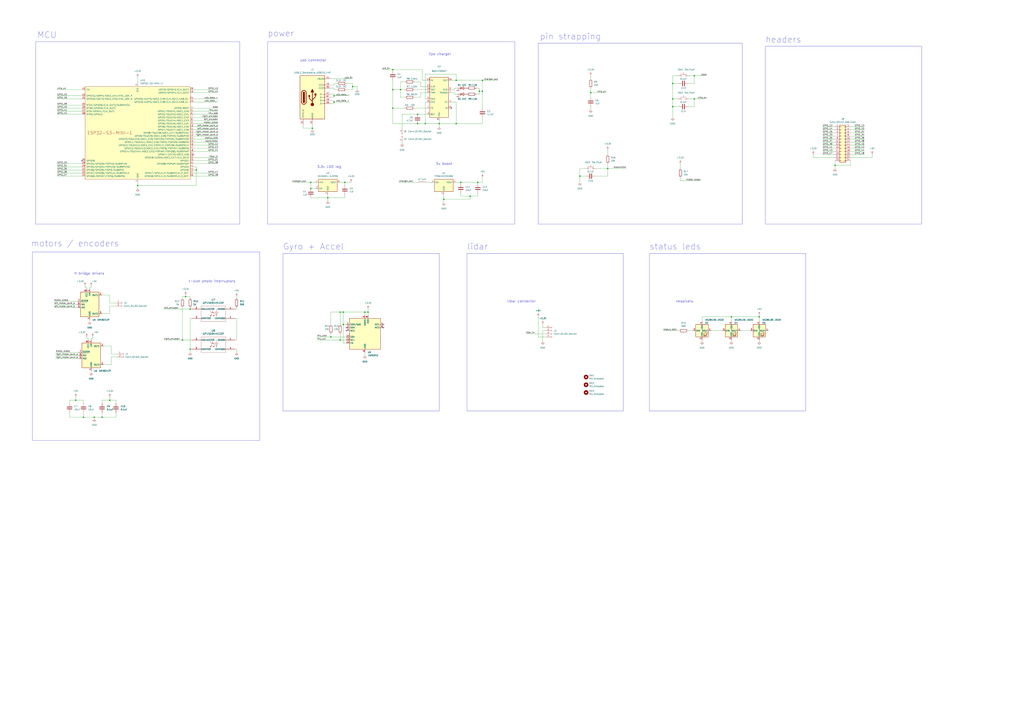
<source format=kicad_sch>
(kicad_sch (version 20230121) (generator eeschema)
  (paper "A1")
  (title_block (title "Little Red Rover") (date "2024-04-20") (rev "v1.1") (company "Author: Michael Crum"))
  (junction (at 255.27 149.86))
  (junction (at 623.57 260.35))
  (junction (at 328.93 73.66))
  (junction (at 156.21 287.02))
  (junction (at 396.24 66.04))
  (junction (at 302.26 256.54))
  (junction (at 77.47 342.9))
  (junction (at 281.94 266.7))
  (junction (at 152.4 243.84))
  (junction (at 349.25 101.6))
  (junction (at 386.08 161.29))
  (junction (at 570.23 81.28))
  (junction (at 256.54 105.41))
  (junction (at 360.68 101.6))
  (junction (at 271.78 276.86))
  (junction (at 552.45 81.28))
  (junction (at 83.82 342.9))
  (junction (at 255.27 154.94))
  (junction (at 476.25 144.78))
  (junction (at 156.21 254))
  (junction (at 396.24 74.93))
  (junction (at 90.17 328.93))
  (junction (at 322.58 73.66))
  (junction (at 279.4 256.54))
  (junction (at 281.94 256.54))
  (junction (at 342.9 93.98))
  (junction (at 274.32 78.74))
  (junction (at 62.23 328.93))
  (junction (at 289.56 71.12))
  (junction (at 600.71 260.35))
  (junction (at 113.03 152.4))
  (junction (at 393.7 74.93))
  (junction (at 392.43 149.86))
  (junction (at 283.21 149.86))
  (junction (at 552.45 68.58))
  (junction (at 68.58 342.9))
  (junction (at 299.72 256.54))
  (junction (at 485.14 76.2))
  (junction (at 322.58 88.9))
  (junction (at 149.86 279.4))
  (junction (at 499.11 138.43))
  (junction (at 161.29 139.7))
  (junction (at 552.45 87.63))
  (junction (at 685.8 135.89))
  (junction (at 342.9 101.6))
  (junction (at 269.24 162.56))
  (junction (at 378.46 149.86))
  (junction (at 374.65 101.6))
  (junction (at 374.65 66.04))
  (junction (at 279.4 279.4))
  (junction (at 364.49 163.83))
  (junction (at 322.58 57.15))
  (junction (at 274.32 83.82))
  (junction (at 570.23 62.23))
  (no_connect (at 67.31 132.08))
  (no_connect (at 284.48 271.78))
  (no_connect (at 158.75 127))
  (no_connect (at 284.48 269.24))
  (no_connect (at 314.96 266.7))
  (no_connect (at 370.84 88.9))
  (no_connect (at 314.96 269.24))
  (wire (pts (xy 269.24 162.56) (xy 269.24 160.02)))
  (wire (pts (xy 302.26 256.54) (xy 302.26 259.08)))
  (wire (pts (xy 675.64 106.68) (xy 685.8 106.68)))
  (wire (pts (xy 271.78 72.39) (xy 274.32 72.39)))
  (wire (pts (xy 322.58 73.66) (xy 322.58 66.04)))
  (wire (pts (xy 71.12 278.13) (xy 71.12 276.86)))
  (wire (pts (xy 74.93 236.22) (xy 73.66 236.22)))
  (wire (pts (xy 284.48 68.58) (xy 289.56 68.58)))
  (wire (pts (xy 271.78 266.7) (xy 271.78 256.54)))
  (wire (pts (xy 158.75 96.52) (xy 179.07 96.52)))
  (wire (pts (xy 149.86 279.4) (xy 157.48 279.4)))
  (wire (pts (xy 476.25 144.78) (xy 481.33 144.78)))
  (wire (pts (xy 576.58 260.35) (xy 600.71 260.35)))
  (wire (pts (xy 284.48 73.66) (xy 289.56 73.66)))
  (wire (pts (xy 90.17 251.46) (xy 95.25 251.46)))
  (wire (pts (xy 158.75 139.7) (xy 161.29 139.7)))
  (wire (pts (xy 490.22 138.43) (xy 499.11 138.43)))
  (wire (pts (xy 281.94 256.54) (xy 299.72 256.54)))
  (wire (pts (xy 83.82 257.81) (xy 90.17 257.81)))
  (wire (pts (xy 157.48 261.62) (xy 156.21 261.62)))
  (wire (pts (xy 299.72 259.08) (xy 299.72 256.54)))
  (wire (pts (xy 95.25 331.47) (xy 95.25 328.93)))
  (wire (pts (xy 558.8 134.62) (xy 558.8 138.43)))
  (wire (pts (xy 584.2 271.78) (xy 593.09 271.78)))
  (wire (pts (xy 675.64 114.3) (xy 685.8 114.3)))
  (wire (pts (xy 256.54 106.68) (xy 256.54 105.41)))
  (wire (pts (xy 91.44 284.48) (xy 91.44 290.83)))
  (wire (pts (xy 271.78 69.85) (xy 274.32 69.85)))
  (wire (pts (xy 194.31 279.4) (xy 194.31 261.62)))
  (wire (pts (xy 45.72 292.1) (xy 64.77 292.1)))
  (wire (pts (xy 158.75 132.08) (xy 179.07 132.08)))
  (wire (pts (xy 552.45 81.28) (xy 552.45 87.63)))
  (wire (pts (xy 374.65 101.6) (xy 360.68 101.6)))
  (wire (pts (xy 271.78 256.54) (xy 279.4 256.54)))
  (wire (pts (xy 134.62 254) (xy 156.21 254)))
  (wire (pts (xy 83.82 331.47) (xy 83.82 328.93)))
  (wire (pts (xy 71.12 237.49) (xy 71.12 236.22)))
  (wire (pts (xy 194.31 289.56) (xy 194.31 287.02)))
  (wire (pts (xy 76.2 278.13) (xy 74.93 278.13)))
  (wire (pts (xy 74.93 278.13) (xy 74.93 279.4)))
  (wire (pts (xy 67.31 137.16) (xy 46.99 137.16)))
  (wire (pts (xy 349.25 81.28) (xy 349.25 60.96)))
  (wire (pts (xy 445.77 266.7) (xy 445.77 269.24)))
  (wire (pts (xy 378.46 161.29) (xy 378.46 158.75)))
  (wire (pts (xy 340.36 73.66) (xy 350.52 73.66)))
  (wire (pts (xy 281.94 266.7) (xy 281.94 256.54)))
  (wire (pts (xy 544.83 271.78) (xy 557.53 271.78)))
  (wire (pts (xy 499.11 144.78) (xy 499.11 138.43)))
  (wire (pts (xy 441.96 276.86) (xy 448.31 276.86)))
  (wire (pts (xy 445.77 269.24) (xy 448.31 269.24)))
  (wire (pts (xy 149.86 245.11) (xy 149.86 243.84)))
  (wire (pts (xy 46.99 73.66) (xy 67.31 73.66)))
  (wire (pts (xy 44.45 250.19) (xy 63.5 250.19)))
  (wire (pts (xy 360.68 101.6) (xy 360.68 104.14)))
  (wire (pts (xy 322.58 57.15) (xy 322.58 58.42)))
  (wire (pts (xy 91.44 299.72) (xy 91.44 293.37)))
  (wire (pts (xy 279.4 266.7) (xy 279.4 256.54)))
  (wire (pts (xy 330.2 105.41) (xy 330.2 93.98)))
  (wire (pts (xy 67.31 81.28) (xy 46.99 81.28)))
  (wire (pts (xy 322.58 88.9) (xy 322.58 101.6)))
  (wire (pts (xy 685.8 129.54) (xy 668.02 129.54)))
  (wire (pts (xy 45.72 289.56) (xy 64.77 289.56)))
  (wire (pts (xy 330.2 118.11) (xy 330.2 116.84)))
  (wire (pts (xy 698.5 127) (xy 709.93 127)))
  (wire (pts (xy 259.08 154.94) (xy 255.27 154.94)))
  (wire (pts (xy 698.5 106.68) (xy 709.93 106.68)))
  (wire (pts (xy 698.5 124.46) (xy 709.93 124.46)))
  (wire (pts (xy 74.93 306.07) (xy 74.93 304.8)))
  (wire (pts (xy 668.02 129.54) (xy 668.02 127)))
  (wire (pts (xy 85.09 284.48) (xy 91.44 284.48)))
  (wire (pts (xy 158.75 142.24) (xy 179.07 142.24)))
  (wire (pts (xy 67.31 78.74) (xy 46.99 78.74)))
  (wire (pts (xy 322.58 101.6) (xy 342.9 101.6)))
  (wire (pts (xy 313.69 57.15) (xy 322.58 57.15)))
  (wire (pts (xy 448.31 271.78) (xy 445.77 271.78)))
  (wire (pts (xy 396.24 149.86) (xy 392.43 149.86)))
  (wire (pts (xy 283.21 149.86) (xy 283.21 152.4)))
  (wire (pts (xy 113.03 152.4) (xy 113.03 154.94)))
  (wire (pts (xy 68.58 331.47) (xy 68.58 328.93)))
  (wire (pts (xy 271.78 85.09) (xy 274.32 85.09)))
  (wire (pts (xy 552.45 81.28) (xy 556.26 81.28)))
  (wire (pts (xy 91.44 290.83) (xy 96.52 290.83)))
  (wire (pts (xy 283.21 162.56) (xy 269.24 162.56)))
  (wire (pts (xy 373.38 73.66) (xy 373.38 72.39)))
  (wire (pts (xy 349.25 60.96) (xy 374.65 60.96)))
  (wire (pts (xy 158.75 104.14) (xy 179.07 104.14)))
  (wire (pts (xy 322.58 88.9) (xy 322.58 73.66)))
  (wire (pts (xy 299.72 256.54) (xy 302.26 256.54)))
  (wire (pts (xy 556.26 62.23) (xy 552.45 62.23)))
  (wire (pts (xy 289.56 68.58) (xy 289.56 71.12)))
  (wire (pts (xy 194.31 254) (xy 193.04 254)))
  (wire (pts (xy 345.44 71.12) (xy 345.44 67.31)))
  (wire (pts (xy 161.29 152.4) (xy 113.03 152.4)))
  (wire (pts (xy 274.32 78.74) (xy 287.02 78.74)))
  (wire (pts (xy 476.25 138.43) (xy 476.25 144.78)))
  (wire (pts (xy 350.52 83.82) (xy 349.25 83.82)))
  (wire (pts (xy 156.21 252.73) (xy 156.21 254)))
  (wire (pts (xy 600.71 260.35) (xy 623.57 260.35)))
  (wire (pts (xy 386.08 161.29) (xy 386.08 163.83)))
  (wire (pts (xy 552.45 62.23) (xy 552.45 68.58)))
  (wire (pts (xy 67.31 88.9) (xy 46.99 88.9)))
  (wire (pts (xy 158.75 114.3) (xy 179.07 114.3)))
  (wire (pts (xy 558.8 148.59) (xy 558.8 146.05)))
  (wire (pts (xy 71.12 236.22) (xy 69.85 236.22)))
  (wire (pts (xy 83.82 242.57) (xy 90.17 242.57)))
  (wire (pts (xy 152.4 242.57) (xy 152.4 243.84)))
  (wire (pts (xy 57.15 342.9) (xy 68.58 342.9)))
  (wire (pts (xy 91.44 293.37) (xy 96.52 293.37)))
  (wire (pts (xy 396.24 74.93) (xy 396.24 88.9)))
  (wire (pts (xy 328.93 80.01) (xy 332.74 80.01)))
  (wire (pts (xy 271.78 64.77) (xy 289.56 64.77)))
  (wire (pts (xy 281.94 266.7) (xy 284.48 266.7)))
  (wire (pts (xy 396.24 74.93) (xy 393.7 74.93)))
  (wire (pts (xy 158.75 116.84) (xy 179.07 116.84)))
  (wire (pts (xy 322.58 88.9) (xy 332.74 88.9)))
  (wire (pts (xy 57.15 328.93) (xy 62.23 328.93)))
  (wire (pts (xy 370.84 73.66) (xy 373.38 73.66)))
  (wire (pts (xy 370.84 83.82) (xy 374.65 83.82)))
  (wire (pts (xy 396.24 96.52) (xy 396.24 101.6)))
  (wire (pts (xy 284.48 281.94) (xy 281.94 281.94)))
  (wire (pts (xy 69.85 236.22) (xy 69.85 234.95)))
  (wire (pts (xy 485.14 87.63) (xy 485.14 90.17)))
  (wire (pts (xy 576.58 280.67) (xy 576.58 279.4)))
  (wire (pts (xy 134.62 279.4) (xy 149.86 279.4)))
  (wire (pts (xy 85.09 299.72) (xy 91.44 299.72)))
  (wire (pts (xy 279.4 274.32) (xy 279.4 279.4)))
  (wire (pts (xy 158.75 124.46) (xy 179.07 124.46)))
  (wire (pts (xy 623.57 280.67) (xy 623.57 279.4)))
  (wire (pts (xy 158.75 83.82) (xy 179.07 83.82)))
  (wire (pts (xy 279.4 256.54) (xy 281.94 256.54)))
  (wire (pts (xy 396.24 66.04) (xy 408.94 66.04)))
  (wire (pts (xy 698.5 104.14) (xy 709.93 104.14)))
  (wire (pts (xy 378.46 149.86) (xy 392.43 149.86)))
  (wire (pts (xy 360.68 101.6) (xy 349.25 101.6)))
  (wire (pts (xy 274.32 69.85) (xy 274.32 68.58)))
  (wire (pts (xy 158.75 101.6) (xy 179.07 101.6)))
  (wire (pts (xy 330.2 93.98) (xy 342.9 93.98)))
  (wire (pts (xy 158.75 144.78) (xy 179.07 144.78)))
  (wire (pts (xy 698.5 116.84) (xy 709.93 116.84)))
  (wire (pts (xy 350.52 149.86) (xy 354.33 149.86)))
  (wire (pts (xy 260.35 279.4) (xy 279.4 279.4)))
  (wire (pts (xy 675.64 121.92) (xy 685.8 121.92)))
  (wire (pts (xy 158.75 121.92) (xy 179.07 121.92)))
  (wire (pts (xy 396.24 101.6) (xy 374.65 101.6)))
  (wire (pts (xy 499.11 134.62) (xy 499.11 138.43)))
  (wire (pts (xy 360.68 99.06) (xy 360.68 101.6)))
  (wire (pts (xy 340.36 80.01) (xy 345.44 80.01)))
  (wire (pts (xy 373.38 77.47) (xy 375.92 77.47)))
  (wire (pts (xy 332.74 67.31) (xy 328.93 67.31)))
  (wire (pts (xy 476.25 144.78) (xy 476.25 149.86)))
  (wire (pts (xy 391.16 77.47) (xy 393.7 77.47)))
  (wire (pts (xy 396.24 146.05) (xy 396.24 149.86)))
  (wire (pts (xy 68.58 328.93) (xy 62.23 328.93)))
  (wire (pts (xy 158.75 119.38) (xy 179.07 119.38)))
  (wire (pts (xy 95.25 328.93) (xy 90.17 328.93)))
  (wire (pts (xy 67.31 134.62) (xy 46.99 134.62)))
  (wire (pts (xy 675.64 104.14) (xy 685.8 104.14)))
  (wire (pts (xy 113.03 149.86) (xy 113.03 152.4)))
  (wire (pts (xy 67.31 139.7) (xy 46.99 139.7)))
  (wire (pts (xy 90.17 242.57) (xy 90.17 248.92)))
  (wire (pts (xy 158.75 93.98) (xy 179.07 93.98)))
  (wire (pts (xy 373.38 72.39) (xy 375.92 72.39)))
  (wire (pts (xy 393.7 77.47) (xy 393.7 74.93)))
  (wire (pts (xy 67.31 93.98) (xy 46.99 93.98)))
  (wire (pts (xy 271.78 274.32) (xy 271.78 276.86)))
  (wire (pts (xy 158.75 99.06) (xy 179.07 99.06)))
  (wire (pts (xy 499.11 138.43) (xy 514.35 138.43)))
  (wire (pts (xy 364.49 160.02) (xy 364.49 163.83)))
  (wire (pts (xy 328.93 73.66) (xy 332.74 73.66)))
  (wire (pts (xy 240.03 149.86) (xy 255.27 149.86)))
  (wire (pts (xy 45.72 294.64) (xy 64.77 294.64)))
  (wire (pts (xy 566.42 81.28) (xy 570.23 81.28)))
  (wire (pts (xy 289.56 71.12) (xy 293.37 71.12)))
  (wire (pts (xy 698.5 111.76) (xy 709.93 111.76)))
  (wire (pts (xy 72.39 278.13) (xy 71.12 278.13)))
  (wire (pts (xy 374.65 66.04) (xy 396.24 66.04)))
  (wire (pts (xy 77.47 344.17) (xy 77.47 342.9)))
  (wire (pts (xy 364.49 163.83) (xy 386.08 163.83)))
  (wire (pts (xy 113.03 63.5) (xy 113.03 68.58)))
  (wire (pts (xy 283.21 160.02) (xy 283.21 162.56)))
  (wire (pts (xy 72.39 279.4) (xy 72.39 278.13)))
  (wire (pts (xy 485.14 76.2) (xy 485.14 80.01)))
  (wire (pts (xy 271.78 276.86) (xy 284.48 276.86)))
  (wire (pts (xy 158.75 109.22) (xy 179.07 109.22)))
  (wire (pts (xy 364.49 163.83) (xy 364.49 166.37)))
  (wire (pts (xy 95.25 339.09) (xy 95.25 342.9)))
  (wire (pts (xy 565.15 68.58) (xy 570.23 68.58)))
  (wire (pts (xy 716.28 129.54) (xy 716.28 127)))
  (wire (pts (xy 485.14 76.2) (xy 497.84 76.2)))
  (wire (pts (xy 255.27 162.56) (xy 269.24 162.56)))
  (wire (pts (xy 274.32 77.47) (xy 271.78 77.47)))
  (wire (pts (xy 77.47 342.9) (xy 68.58 342.9)))
  (wire (pts (xy 44.45 247.65) (xy 63.5 247.65)))
  (wire (pts (xy 396.24 66.04) (xy 396.24 74.93)))
  (wire (pts (xy 248.92 105.41) (xy 256.54 105.41)))
  (wire (pts (xy 293.37 71.12) (xy 293.37 73.66)))
  (wire (pts (xy 349.25 83.82) (xy 349.25 101.6)))
  (wire (pts (xy 386.08 161.29) (xy 378.46 161.29)))
  (wire (pts (xy 374.65 149.86) (xy 378.46 149.86)))
  (wire (pts (xy 576.58 260.35) (xy 576.58 264.16)))
  (wire (pts (xy 698.5 135.89) (xy 685.8 135.89)))
  (wire (pts (xy 552.45 68.58) (xy 552.45 81.28)))
  (wire (pts (xy 623.57 260.35) (xy 623.57 264.16)))
  (wire (pts (xy 158.75 91.44) (xy 179.07 91.44)))
  (wire (pts (xy 255.27 154.94) (xy 255.27 149.86)))
  (wire (pts (xy 149.86 252.73) (xy 149.86 279.4)))
  (wire (pts (xy 392.43 158.75) (xy 392.43 161.29)))
  (wire (pts (xy 274.32 68.58) (xy 276.86 68.58)))
  (wire (pts (xy 74.93 234.95) (xy 74.93 236.22)))
  (wire (pts (xy 194.31 243.84) (xy 194.31 245.11)))
  (wire (pts (xy 194.31 261.62) (xy 193.04 261.62)))
  (wire (pts (xy 67.31 144.78) (xy 46.99 144.78)))
  (wire (pts (xy 73.66 264.16) (xy 73.66 262.89)))
  (wire (pts (xy 485.14 72.39) (xy 485.14 76.2)))
  (wire (pts (xy 328.93 73.66) (xy 328.93 80.01)))
  (wire (pts (xy 675.64 111.76) (xy 685.8 111.76)))
  (wire (pts (xy 698.5 129.54) (xy 716.28 129.54)))
  (wire (pts (xy 378.46 149.86) (xy 378.46 151.13)))
  (wire (pts (xy 274.32 82.55) (xy 271.78 82.55)))
  (wire (pts (xy 158.75 137.16) (xy 161.29 137.16)))
  (wire (pts (xy 289.56 71.12) (xy 289.56 73.66)))
  (wire (pts (xy 194.31 252.73) (xy 194.31 254)))
  (wire (pts (xy 570.23 62.23) (xy 580.39 62.23)))
  (wire (pts (xy 256.54 105.41) (xy 256.54 102.87)))
  (wire (pts (xy 57.15 339.09) (xy 57.15 342.9)))
  (wire (pts (xy 445.77 271.78) (xy 445.77 280.67)))
  (wire (pts (xy 570.23 62.23) (xy 566.42 62.23)))
  (wire (pts (xy 279.4 279.4) (xy 284.48 279.4)))
  (wire (pts (xy 698.5 109.22) (xy 709.93 109.22)))
  (wire (pts (xy 570.23 68.58) (xy 570.23 62.23)))
  (wire (pts (xy 73.66 236.22) (xy 73.66 237.49)))
  (wire (pts (xy 675.64 119.38) (xy 685.8 119.38)))
  (wire (pts (xy 271.78 80.01) (xy 274.32 80.01)))
  (wire (pts (xy 83.82 339.09) (xy 83.82 342.9)))
  (wire (pts (xy 274.32 83.82) (xy 287.02 83.82)))
  (wire (pts (xy 392.43 161.29) (xy 386.08 161.29)))
  (wire (pts (xy 67.31 86.36) (xy 46.99 86.36)))
  (wire (pts (xy 698.5 114.3) (xy 709.93 114.3)))
  (wire (pts (xy 327.66 149.86) (xy 342.9 149.86)))
  (wire (pts (xy 158.75 106.68) (xy 179.07 106.68)))
  (wire (pts (xy 274.32 78.74) (xy 274.32 77.47)))
  (wire (pts (xy 675.64 124.46) (xy 685.8 124.46)))
  (wire (pts (xy 156.21 243.84) (xy 156.21 245.11)))
  (wire (pts (xy 698.5 132.08) (xy 698.5 135.89)))
  (wire (pts (xy 608.33 271.78) (xy 615.95 271.78)))
  (wire (pts (xy 488.95 144.78) (xy 499.11 144.78)))
  (wire (pts (xy 161.29 137.16) (xy 161.29 139.7)))
  (wire (pts (xy 675.64 127) (xy 685.8 127)))
  (wire (pts (xy 260.35 276.86) (xy 271.78 276.86)))
  (wire (pts (xy 374.65 60.96) (xy 374.65 66.04)))
  (wire (pts (xy 274.32 72.39) (xy 274.32 73.66)))
  (wire (pts (xy 194.31 287.02) (xy 193.04 287.02)))
  (wire (pts (xy 675.64 116.84) (xy 685.8 116.84)))
  (wire (pts (xy 193.04 279.4) (xy 194.31 279.4)))
  (wire (pts (xy 90.17 248.92) (xy 95.25 248.92)))
  (wire (pts (xy 392.43 151.13) (xy 392.43 149.86)))
  (wire (pts (xy 552.45 87.63) (xy 557.53 87.63)))
  (wire (pts (xy 156.21 243.84) (xy 152.4 243.84)))
  (wire (pts (xy 322.58 73.66) (xy 328.93 73.66)))
  (wire (pts (xy 570.23 81.28) (xy 570.23 87.63)))
  (wire (pts (xy 274.32 73.66) (xy 276.86 73.66)))
  (wire (pts (xy 565.15 271.78) (xy 568.96 271.78)))
  (wire (pts (xy 158.75 76.2) (xy 179.07 76.2)))
  (wire (pts (xy 248.92 102.87) (xy 248.92 105.41)))
  (wire (pts (xy 158.75 111.76) (xy 179.07 111.76)))
  (wire (pts (xy 281.94 281.94) (xy 281.94 266.7)))
  (wire (pts (xy 83.82 328.93) (xy 90.17 328.93)))
  (wire (pts (xy 342.9 93.98) (xy 350.52 93.98)))
  (wire (pts (xy 685.8 132.08) (xy 685.8 135.89)))
  (wire (pts (xy 431.8 274.32) (xy 448.31 274.32)))
  (wire (pts (xy 340.36 88.9) (xy 350.52 88.9)))
  (wire (pts (xy 552.45 68.58) (xy 557.53 68.58)))
  (wire (pts (xy 90.17 257.81) (xy 90.17 251.46)))
  (wire (pts (xy 57.15 331.47) (xy 57.15 328.93)))
  (wire (pts (xy 158.75 88.9) (xy 179.07 88.9)))
  (wire (pts (xy 299.72 289.56) (xy 299.72 292.1)))
  (wire (pts (xy 374.65 83.82) (xy 374.65 101.6)))
  (wire (pts (xy 279.4 149.86) (xy 283.21 149.86)))
  (wire (pts (xy 570.23 81.28) (xy 580.39 81.28)))
  (wire (pts (xy 255.27 149.86) (xy 259.08 149.86)))
  (wire (pts (xy 350.52 66.04) (xy 346.71 66.04)))
  (wire (pts (xy 345.44 67.31) (xy 340.36 67.31)))
  (wire (pts (xy 393.7 74.93) (xy 393.7 72.39)))
  (wire (pts (xy 600.71 280.67) (xy 600.71 279.4)))
  (wire (pts (xy 480.06 138.43) (xy 476.25 138.43)))
  (wire (pts (xy 328.93 67.31) (xy 328.93 73.66)))
  (wire (pts (xy 269.24 165.1) (xy 269.24 162.56)))
  (wire (pts (xy 441.96 260.35) (xy 441.96 276.86)))
  (wire (pts (xy 393.7 72.39) (xy 391.16 72.39)))
  (wire (pts (xy 149.86 243.84) (xy 152.4 243.84)))
  (wire (pts (xy 67.31 91.44) (xy 46.99 91.44)))
  (wire (pts (xy 346.71 66.04) (xy 346.71 57.15)))
  (wire (pts (xy 158.75 81.28) (xy 179.07 81.28)))
  (wire (pts (xy 62.23 328.93) (xy 62.23 326.39)))
  (wire (pts (xy 342.9 101.6) (xy 349.25 101.6)))
  (wire (pts (xy 156.21 261.62) (xy 156.21 287.02)))
  (wire (pts (xy 44.45 252.73) (xy 63.5 252.73)))
  (wire (pts (xy 485.14 62.23) (xy 485.14 64.77)))
  (wire (pts (xy 675.64 109.22) (xy 685.8 109.22)))
  (wire (pts (xy 161.29 139.7) (xy 161.29 152.4)))
  (wire (pts (xy 698.5 119.38) (xy 709.93 119.38)))
  (wire (pts (xy 158.75 73.66) (xy 179.07 73.66)))
  (wire (pts (xy 698.5 121.92) (xy 709.93 121.92)))
  (wire (pts (xy 67.31 142.24) (xy 46.99 142.24)))
  (wire (pts (xy 350.52 71.12) (xy 345.44 71.12)))
  (wire (pts (xy 156.21 287.02) (xy 157.48 287.02)))
  (wire (pts (xy 346.71 57.15) (xy 322.58 57.15)))
  (wire (pts (xy 90.17 328.93) (xy 90.17 326.39)))
  (wire (pts (xy 274.32 82.55) (xy 274.32 83.82)))
  (wire (pts (xy 345.44 80.01) (xy 345.44 76.2)))
  (wire (pts (xy 95.25 342.9) (xy 83.82 342.9)))
  (wire (pts (xy 283.21 149.86) (xy 288.29 149.86)))
  (wire (pts (xy 558.8 148.59) (xy 575.31 148.59)))
  (wire (pts (xy 158.75 129.54) (xy 179.07 129.54)))
  (wire (pts (xy 158.75 134.62) (xy 179.07 134.62)))
  (wire (pts (xy 345.44 76.2) (xy 350.52 76.2)))
  (wire (pts (xy 156.21 254) (xy 157.48 254)))
  (wire (pts (xy 600.71 260.35) (xy 600.71 264.16)))
  (wire (pts (xy 370.84 76.2) (xy 373.38 76.2)))
  (wire (pts (xy 370.84 66.04) (xy 374.65 66.04)))
  (wire (pts (xy 499.11 123.19) (xy 499.11 127)))
  (wire (pts (xy 350.52 81.28) (xy 349.25 81.28)))
  (wire (pts (xy 83.82 342.9) (xy 77.47 342.9)))
  (wire (pts (xy 274.32 80.01) (xy 274.32 78.74)))
  (wire (pts (xy 68.58 342.9) (xy 68.58 339.09)))
  (wire (pts (xy 373.38 76.2) (xy 373.38 77.47)))
  (wire (pts (xy 156.21 289.56) (xy 156.21 287.02)))
  (wire (pts (xy 570.23 87.63) (xy 565.15 87.63)))
  (wire (pts (xy 552.45 87.63) (xy 552.45 96.52)))
  (wire (pts (xy 302.26 254) (xy 302.26 256.54)))
  (wire (pts (xy 274.32 83.82) (xy 274.32 85.09)))
  (wire (pts (xy 623.57 259.08) (xy 623.57 260.35)))
  (wire (pts (xy 76.2 276.86) (xy 76.2 278.13)))
  (wire (pts (xy 685.8 135.89) (xy 685.8 138.43)))
  (rectangle (start 383.54 208.28) (end 511.81 337.82))
  (rectangle (start 628.65 38.1) (end 756.92 184.15))
  (rectangle (start 29.21 34.29) (end 196.85 184.15))
  (rectangle (start 219.71 34.29) (end 422.91 184.15))
  (rectangle (start 26.67 207.01) (end 213.36 361.95))
  (rectangle (start 232.41 208.28) (end 360.68 337.82))
  (rectangle (start 533.4 208.28) (end 661.67 337.82))
  (rectangle (start 441.96 35.56) (end 609.6 184.15))
  (text "pin strapping" (at 443.23 33.02 0) (effects (font (size 5 5)) (justify left bottom)))
  (text "lidar" (at 383.54 205.74 0) (effects (font (size 5 5)) (justify left bottom)))
  (text "3.3v LDO reg" (at 260.35 138.43 0) (effects (font (size 2 2)) (justify left bottom)))
  (text "neopixels" (at 554.99 248.92 0) (effects (font (size 2 2)) (justify left bottom)))
  (text "lidar connector" (at 416.56 248.92 0) (effects (font (size 2 2)) (justify left bottom)))
  (text "H bridge drivers" (at 60.96 226.06 0) (effects (font (size 2 2)) (justify left bottom)))
  (text "power" (at 219.71 30.48 0) (effects (font (size 5 5)) (justify left bottom)))
  (text "lipo charger" (at 351.79 45.72 0) (effects (font (size 2 2)) (justify left bottom)))
  (text "t-slot photo interruptors" (at 154.94 232.41 0) (effects (font (size 2 2)) (justify left bottom)))
  (text "usb connector" (at 246.38 50.8 0) (effects (font (size 2 2)) (justify left bottom)))
  (text "status leds" (at 533.4 205.74 0) (effects (font (size 5 5)) (justify left bottom)))
  (text "headers" (at 628.65 35.56 0) (effects (font (size 5 5)) (justify left bottom)))
  (text "MCU" (at 30.48 31.75 0) (effects (font (size 5 5)) (justify left bottom)))
  (text "Gyro + Accel" (at 232.41 205.74 0) (effects (font (size 5 5)) (justify left bottom)))
  (text "5v boost" (at 358.14 135.89 0) (effects (font (size 2 2)) (justify left bottom)))
  (text "motors / encoders" (at 25.4 203.2 0) (effects (font (size 5 5)) (justify left bottom)))
  (label "imu_scl" (at 179.07 91.44 180))
  (label "status_leds" (at 544.83 271.78 0))
  (label "GPIO_43" (at 675.64 124.46 0))
  (label "usb_data_+" (at 179.07 81.28 180))
  (label "imu_scl" (at 260.35 279.4 0))
  (label "GPIO_16" (at 675.64 109.22 0))
  (label "lidar_tx" (at 179.07 129.54 180))
  (label "motor_sleep" (at 45.72 289.56 0))
  (label "charger_out" (at 240.03 149.86 0))
  (label "usb_data_-" (at 179.07 83.82 180))
  (label "right_motor_pwm_b" (at 45.72 294.64 0))
  (label "GPIO_48" (at 179.07 144.78 180))
  (label "imu_sda" (at 179.07 93.98 180))
  (label "boot" (at 179.07 88.9 180))
  (label "GPIO_34" (at 46.99 137.16 0))
  (label "GPIO_38" (at 709.93 116.84 180))
  (label "chip_en" (at 580.39 81.28 180))
  (label "right_motor_pwm_b" (at 179.07 111.76 180))
  (label "GPIO_36" (at 46.99 142.24 0))
  (label "boot" (at 580.39 62.23 180))
  (label "status_leds" (at 179.07 114.3 180))
  (label "right_motor_pwm_a" (at 179.07 109.22 180))
  (label "left_encoder" (at 179.07 99.06 180))
  (label "GPIO_33" (at 46.99 134.62 0))
  (label "GPIO_14" (at 179.07 124.46 180))
  (label "GPIO_44" (at 709.93 124.46 180))
  (label "GPIO_15" (at 46.99 78.74 0))
  (label "usb_data_+" (at 287.02 83.82 180))
  (label "GPIO_40" (at 46.99 88.9 0))
  (label "GPIO_35" (at 675.64 114.3 0))
  (label "GPIO_42" (at 46.99 93.98 0))
  (label "GPIO_36" (at 709.93 114.3 180))
  (label "charger_out" (at 327.66 149.86 0))
  (label "GPIO_16" (at 46.99 81.28 0))
  (label "right_encoder" (at 134.62 279.4 0))
  (label "motor_sleep" (at 44.45 247.65 0))
  (label "right_encoder" (at 179.07 96.52 180))
  (label "GPIO_14" (at 675.64 106.68 0))
  (label "usb_data_-" (at 287.02 78.74 180))
  (label "motor_sleep" (at 179.07 101.6 180))
  (label "GPIO_41" (at 675.64 121.92 0))
  (label "reprovision" (at 514.35 138.43 180))
  (label "GPIO_41" (at 46.99 91.44 0))
  (label "GPIO_44" (at 179.07 76.2 180))
  (label "GPIO_48" (at 709.93 127 180))
  (label "GPIO_35" (at 46.99 139.7 0))
  (label "reprovision" (at 179.07 116.84 180))
  (label "GPIO_40" (at 709.93 119.38 180))
  (label "left_motor_pwm_a" (at 179.07 104.14 180))
  (label "chip_en" (at 46.99 73.66 0))
  (label "imu_sda" (at 260.35 276.86 0))
  (label "lidar_tx" (at 431.8 274.32 0))
  (label "GPIO_43" (at 179.07 73.66 180))
  (label "GPIO_42" (at 709.93 121.92 180))
  (label "GPIO_15" (at 709.93 106.68 180))
  (label "charger_out" (at 408.94 66.04 180))
  (label "usb_5v" (at 313.69 57.15 0))
  (label "GPIO_39" (at 675.64 119.38 0))
  (label "GPIO_37" (at 675.64 116.84 0))
  (label "GPIO_33" (at 675.64 111.76 0))
  (label "left_motor_pwm_b" (at 44.45 252.73 0))
  (label "GPIO_38" (at 179.07 134.62 180))
  (label "GPIO_13" (at 179.07 121.92 180))
  (label "GPIO_47" (at 179.07 142.24 180))
  (label "GPIO_47" (at 675.64 127 0))
  (label "motor_sleep" (at 575.31 148.59 180))
  (label "left_motor_pwm_a" (at 44.45 250.19 0))
  (label "GPIO_34" (at 709.93 111.76 180))
  (label "GPIO_12" (at 179.07 119.38 180))
  (label "GPIO_37" (at 46.99 144.78 0))
  (label "GPIO_21" (at 709.93 109.22 180))
  (label "left_encoder" (at 134.62 254 0))
  (label "GPIO_21" (at 179.07 132.08 180))
  (label "right_motor_pwm_a" (at 45.72 292.1 0))
  (label "chip_en" (at 497.84 76.2 180))
  (label "GPIO_39" (at 46.99 86.36 0))
  (label "left_motor_pwm_b" (at 179.07 106.68 180))
  (label "usb_5v" (at 289.56 64.77 180))
  (label "GPIO_13" (at 709.93 104.14 180))
  (label "GPIO_12" (at 675.64 104.14 0))
  (symbol (lib_id "Device:C") (at 255.27 158.75 0) (unit 1)
    (property "Reference" "C4" (at 248.92 157.48 0) (effects (justify left)))
    (property "Value" "1uF" (at 248.92 160.02 0) (effects (justify left)))
    (property "Footprint" "Capacitor_SMD:C_0603_1608Metric_Pad1.08x0.95mm_HandSolder" (effects hide))
    (property "JLC" "0603" (effects hide))
  )
  (symbol (lib_id "Device:C") (at 322.58 62.23 0) (unit 1)
    (property "Reference" "C1" (at 326.39 60.96 0) (effects (justify left)))
    (property "Value" "1uF" (at 326.39 63.5 0) (effects (justify left)))
    (property "Footprint" "Capacitor_SMD:C_0603_1608Metric_Pad1.08x0.95mm_HandSolder" (effects hide))
    (property "JLC" "0603" (effects hide))
  )
  (symbol (lib_id "Device:R") (at 561.34 271.78 90) (unit 1)
    (property "Reference" "R13" (at 561.34 265.43 90))
    (property "Value" "560" (at 561.34 267.97 90))
    (property "Footprint" "Resistor_SMD:R_0603_1608Metric_Pad0.98x0.95mm_HandSolder" (effects hide))
    (property "JLC" "0603" (effects hide))
  )
  (symbol (lib_id "digikey_imports:GP1S094HCZ0F") (at 193.04 279.4 0) (unit 1)
    (property "Reference" "U8" (at 175.26 271.78 0) (effects (font (size 1.524 1.524))))
    (property "Value" "GP1S094HCZ0F" (at 175.26 274.32 0) (effects (font (size 1.524 1.524))))
    (property "Footprint" "digikey_imports:TO_4HCZ0F_SHP" (effects hide))
    (property "Datasheet" "GP1S094HCZ0F" (effects hide))
    (property "JLC" "DIP-4" (effects hide))
    (property "LCSC" "C920601" (effects hide))
  )
  (symbol (lib_id "power:+3.3V") (at 90.17 326.39 0) (unit 1)
    (property "Reference" "#PWR033" (effects hide))
    (property "Value" "+3.3V" (at 90.17 321.31 0))
  )
  (symbol (lib_id "Device:R") (at 194.31 248.92 0) (unit 1)
    (property "Reference" "R11" (at 196.85 247.65 0) (effects (justify left)))
    (property "Value" "560" (at 196.85 250.19 0) (effects (justify left)))
    (property "Footprint" "Resistor_SMD:R_0603_1608Metric_Pad0.98x0.95mm_HandSolder" (effects hide))
    (property "JLC" "0603" (effects hide))
  )
  (symbol (lib_id "power:GND") (at 156.21 289.56 0) (unit 1)
    (property "Reference" "#PWR024" (effects hide))
    (property "Value" "GND" (at 156.21 294.64 0))
  )
  (symbol (lib_id "Device:R") (at 280.67 73.66 90) (unit 1)
    (property "Reference" "R2" (at 283.21 71.12 90))
    (property "Value" "5.1k" (at 278.13 71.12 90))
    (property "Footprint" "Resistor_SMD:R_0603_1608Metric_Pad0.98x0.95mm_HandSolder" (effects hide))
    (property "JLC" "0603" (effects hide))
  )
  (symbol (lib_id "power:GND") (at 293.37 73.66 0) (unit 1)
    (property "Reference" "#PWR03" (effects hide))
    (property "Value" "GND" (at 293.37 77.47 0))
  )
  (symbol (lib_id "power:+5V") (at 716.28 127 0) (unit 1)
    (property "Reference" "#PWR013" (effects hide))
    (property "Value" "+5V" (at 716.28 121.92 0))
  )
  (symbol (lib_id "Device:R") (at 558.8 142.24 0) (unit 1)
    (property "Reference" "R17" (at 561.34 140.97 0) (effects (justify left)))
    (property "Value" "10k" (at 561.34 143.51 0) (effects (justify left)))
    (property "Footprint" "Resistor_SMD:R_0603_1608Metric_Pad0.98x0.95mm_HandSolder" (effects hide))
  )
  (symbol (lib_id "power:GND") (at 445.77 280.67 0) (unit 1)
    (property "Reference" "#PWR016" (effects hide))
    (property "Value" "GND" (at 445.77 285.75 0))
  )
  (symbol (lib_id "power:+3.3V") (at 445.77 266.7 0) (unit 1)
    (property "Reference" "#PWR014" (effects hide))
    (property "Value" "+3.3V" (at 445.77 261.62 0))
  )
  (symbol (lib_id "power:+5V") (at 396.24 146.05 0) (unit 1)
    (property "Reference" "#PWR09" (effects hide))
    (property "Value" "+5V" (at 396.24 140.97 0))
  )
  (symbol (lib_id "power:GND") (at 476.25 149.86 0) (unit 1)
    (property "Reference" "#PWR038" (effects hide))
    (property "Value" "GND" (at 476.25 154.94 0))
  )
  (symbol (lib_id "power:GND") (at 576.58 280.67 0) (unit 1)
    (property "Reference" "#PWR028" (effects hide))
    (property "Value" "GND" (at 576.58 285.75 0))
  )
  (symbol (lib_id "Device:C") (at 485.14 144.78 90) (unit 1)
    (property "Reference" "C15" (at 485.14 148.59 90))
    (property "Value" "0.1uF" (at 485.14 140.97 90))
    (property "Footprint" "Capacitor_SMD:C_0603_1608Metric_Pad1.08x0.95mm_HandSolder" (effects hide))
  )
  (symbol (lib_id "power:+5V") (at 74.93 234.95 0) (unit 1)
    (property "Reference" "#PWR018" (effects hide))
    (property "Value" "+5V" (at 77.47 231.14 0))
  )
  (symbol (lib_id "Connector:Conn_01x04_Socket") (at 453.39 271.78 0) (unit 1)
    (property "Reference" "J2" (at 454.66 271.78 0) (effects (justify left)))
    (property "Value" "Conn_01x04_Socket" (at 454.66 274.32 0) (effects (justify left)))
    (property "Footprint" "digikey_imports:CONN_SM04B-GHS-TB_JST" (effects hide))
    (property "JLC" "SMD,P=1.25mm" (effects hide))
    (property "LCSC" "C189895" (effects hide))
  )
  (symbol (lib_id "power:+3.3V") (at 152.4 242.57 0) (unit 1)
    (property "Reference" "#PWR026" (effects hide))
    (property "Value" "+3.3V" (at 152.4 237.49 0))
  )
  (symbol (lib_id "Device:R") (at 387.35 72.39 90) (unit 1)
    (property "Reference" "R4" (at 386.08 69.85 90))
    (property "Value" "1.5k" (at 389.89 69.85 90))
    (property "Footprint" "Resistor_SMD:R_0603_1608Metric_Pad0.98x0.95mm_HandSolder" (effects hide))
    (property "JLC" "0603" (effects hide))
  )
  (symbol (lib_id "Device:LED") (at 379.73 77.47 0) (unit 1)
    (property "Reference" "D2" (at 377.19 81.28 0))
    (property "Value" "LED" (at 381 81.28 0))
    (property "Footprint" "LED_SMD:LED_0603_1608Metric_Pad1.05x0.95mm_HandSolder" (effects hide))
    (property "JLC" "0603" (effects hide))
    (property "LCSC" "C5342734" (effects hide))
  )
  (symbol (lib_id "power:+5V") (at 76.2 276.86 0) (unit 1)
    (property "Reference" "#PWR022" (effects hide))
    (property "Value" "+5V" (at 78.74 273.05 0))
  )
  (symbol (lib_id "Device:R") (at 485.14 68.58 0) (unit 1)
    (property "Reference" "R9" (at 487.68 67.31 0) (effects (justify left)))
    (property "Value" "10k" (at 487.68 69.85 0) (effects (justify left)))
    (property "Footprint" "Resistor_SMD:R_0603_1608Metric_Pad0.98x0.95mm_HandSolder" (effects hide))
  )
  (symbol (lib_id "Device:LED") (at 379.73 72.39 0) (unit 1)
    (property "Reference" "D1" (at 377.19 69.85 0))
    (property "Value" "LED" (at 381 69.85 0))
    (property "Footprint" "LED_SMD:LED_0603_1608Metric_Pad1.05x0.95mm_HandSolder" (effects hide))
    (property "JLC" "0603" (effects hide))
    (property "LCSC" "C5342734" (effects hide))
  )
  (symbol (lib_id "Device:C") (at 342.9 97.79 0) (unit 1)
    (property "Reference" "C5" (at 337.82 96.52 0))
    (property "Value" "4.7uF" (at 336.55 99.06 0))
    (property "Footprint" "Capacitor_SMD:C_0603_1608Metric_Pad1.08x0.95mm_HandSolder" (effects hide))
    (property "JLC" "0603" (effects hide))
  )
  (symbol (lib_id "power:GND") (at 330.2 118.11 0) (unit 1)
    (property "Reference" "#PWR06" (effects hide))
    (property "Value" "GND" (at 330.2 123.19 0))
  )
  (symbol (lib_id "Power_Management:BQ24230RGT") (at 360.68 81.28 0) (unit 1)
    (property "Reference" "U2" (at 360.68 54.61 0))
    (property "Value" "BQ24230RGT" (at 360.68 58.42 0))
    (property "Footprint" "Package_DFN_QFN:VQFN-16-1EP_3x3mm_P0.5mm_EP1.68x1.68mm_ThermalVias" (effects hide))
    (property "Datasheet" "http://www.ti.com/cn/lit/ds/symlink/bq24230.pdf" (effects hide))
    (property "JLC" "VQFN-16-EP(3x3)" (effects hide))
    (property "LCSC" "C138361" (effects hide))
  )
  (symbol (lib_id "power:+5V") (at 62.23 326.39 0) (unit 1)
    (property "Reference" "#PWR05" (effects hide))
    (property "Value" "+5V" (at 62.23 321.31 0))
  )
  (symbol (lib_id "power:GND") (at 269.24 165.1 0) (unit 1)
    (property "Reference" "#PWR08" (effects hide))
    (property "Value" "GND" (at 269.24 170.18 0))
  )
  (symbol (lib_id "Driver_Motor:DRV8212P") (at 74.93 292.1 0) (unit 1)
    (property "Reference" "U6" (at 77.1241 304.8 0) (effects (justify left)))
    (property "Value" "DRV8212P" (at 81.28 304.8 0) (effects (justify left)))
    (property "Footprint" "Package_SON:WSON-8-1EP_2x2mm_P0.5mm_EP0.9x1.6mm_ThermalVias" (effects hide))
    (property "Datasheet" "https://www.ti.com/lit/ds/symlink/drv8212p.pdf" (effects hide))
    (property "JLC" "WSON-8(2x2)" (effects hide))
    (property "LCSC" "C5208051" (effects hide))
  )
  (symbol (lib_id "power:+3.3V") (at 302.26 254 0) (unit 1)
    (property "Reference" "#PWR027" (effects hide))
    (property "Value" "+3.3V" (at 302.26 248.92 0))
  )
  (symbol (lib_id "Connector:Conn_01x01_Socket") (at 330.2 111.76 90) (unit 1)
    (property "Reference" "J5" (at 331.47 114.3 90) (effects (justify right)))
    (property "Value" "Conn_01x01_Socket" (at 335.28 114.3 90) (effects (justify right)))
    (property "Footprint" "digikey_imports:18650_holder" (effects hide))
    (property "JLC" "SMD" (effects hide))
    (property "LCSC" "C2979182" (effects hide))
  )
  (symbol (lib_id "power:GND") (at 73.66 264.16 0) (unit 1)
    (property "Reference" "#PWR017" (effects hide))
    (property "Value" "GND" (at 73.66 269.24 0))
  )
  (symbol (lib_id "Device:C") (at 378.46 154.94 0) (unit 1)
    (property "Reference" "C11" (at 382.27 153.67 0) (effects (justify left)))
    (property "Value" "10uF" (at 382.27 156.21 0) (effects (justify left)))
    (property "Footprint" "Capacitor_SMD:C_0603_1608Metric_Pad1.08x0.95mm_HandSolder" (effects hide))
    (property "JLC" "0603" (effects hide))
  )
  (symbol (lib_id "Connector_Generic:Conn_02x12_Odd_Even") (at 690.88 116.84 0) (unit 1)
    (property "Reference" "J8" (at 692.15 97.79 0))
    (property "Value" "Conn_02x12_Odd_Even" (at 692.15 100.33 0))
    (property "Footprint" "Connector_PinHeader_2.54mm:PinHeader_2x12_P2.54mm_Vertical" (effects hide))
  )
  (symbol (lib_id "Device:C") (at 392.43 154.94 0) (unit 1)
    (property "Reference" "C12" (at 396.24 153.67 0) (effects (justify left)))
    (property "Value" "10uF" (at 396.24 156.21 0) (effects (justify left)))
    (property "Footprint" "Capacitor_SMD:C_0603_1608Metric_Pad1.08x0.95mm_HandSolder" (effects hide))
    (property "JLC" "0603" (effects hide))
  )
  (symbol (lib_id "Device:R") (at 336.55 67.31 90) (unit 1)
    (property "Reference" "R8" (at 336.55 64.77 90) (effects (justify left)))
    (property "Value" "2.94k" (at 342.9 64.77 90) (effects (justify left)))
    (property "Footprint" "Resistor_SMD:R_0603_1608Metric_Pad0.98x0.95mm_HandSolder" (effects hide))
    (property "JLC" "0603" (effects hide))
  )
  (symbol (lib_id "power:GND") (at 113.03 154.94 0) (unit 1)
    (property "Reference" "#PWR010" (effects hide))
    (property "Value" "GND" (at 113.03 160.02 0))
  )
  (symbol (lib_id "Mechanical:MountingHole") (at 481.33 316.23 0) (unit 1)
    (property "Reference" "MH2" (at 483.87 314.96 0) (effects (justify left)))
    (property "Value" "M3_threaded" (at 483.87 317.5 0) (effects (justify left)))
    (property "Footprint" "digikey_imports:m3_threaded_insert" (effects hide))
    (property "JLC" "-" (effects hide))
    (property "LCSC" "C5301780" (effects hide))
  )
  (symbol (lib_id "power:GND") (at 194.31 289.56 0) (unit 1)
    (property "Reference" "#PWR025" (effects hide))
    (property "Value" "GND" (at 194.31 294.64 0))
  )
  (symbol (lib_id "Regulator_Linear:MIC5504-3.3YM5") (at 269.24 152.4 0) (unit 1)
    (property "Reference" "U3" (at 269.24 142.24 0))
    (property "Value" "MIC5504-3.3YM5" (at 269.24 144.78 0))
    (property "Footprint" "Package_TO_SOT_SMD:SOT-23-5" (effects hide))
    (property "Datasheet" "http://ww1.microchip.com/downloads/en/DeviceDoc/MIC550X.pdf" (effects hide))
    (property "JLC" "SOT-23-5" (effects hide))
    (property "LCSC" "C88419" (effects hide))
  )
  (symbol (lib_id "power:+3.3V") (at 558.8 134.62 0) (unit 1)
    (property "Reference" "#PWR040" (effects hide))
    (property "Value" "+3.3V" (at 558.8 129.54 0))
  )
  (symbol (lib_id "LED:WS2812B-2020") (at 623.57 271.78 0) (unit 1)
    (property "Reference" "D5" (at 627.38 265.43 0))
    (property "Value" "WS2812B-2020" (at 633.73 262.89 0))
    (property "Footprint" "LED_SMD:LED_WS2812B-2020_PLCC4_2.0x2.0mm" (effects hide))
    (property "Datasheet" "https://cdn-shop.adafruit.com/product-files/4684/4684_WS2812B-2020_V1.3_EN.pdf" (effects hide))
    (property "JLC" "SMD,2x2mm" (effects hide))
    (property "LCSC" "C965555" (effects hide))
  )
  (symbol (lib_id "power:GND") (at 77.47 344.17 0) (unit 1)
    (property "Reference" "#PWR02" (effects hide))
    (property "Value" "GND" (at 77.47 349.25 0))
  )
  (symbol (lib_id "power:GND") (at 552.45 96.52 0) (unit 1)
    (property "Reference" "#PWR037" (effects hide))
    (property "Value" "GND" (at 552.45 101.6 0))
  )
  (symbol (lib_id "power:GND") (at 360.68 104.14 0) (unit 1)
    (property "Reference" "#PWR07" (effects hide))
    (property "Value" "GND" (at 360.68 109.22 0))
  )
  (symbol (lib_id "Connector:USB_C_Receptacle_USB2.0_14P") (at 256.54 80.01 0) (unit 1)
    (property "Reference" "J1" (at 256.54 57.15 0))
    (property "Value" "USB_C_Receptacle_USB2.0_14P" (at 256.54 59.69 0))
    (property "Footprint" "Connector_USB:USB_C_Receptacle_GCT_USB4105-xx-A_16P_TopMnt_Horizontal" (effects hide))
    (property "Datasheet" "https://www.usb.org/sites/default/files/documents/usb_type-c.zip" (effects hide))
    (property "JLC" "SMD" (effects hide))
    (property "LCSC" "C2927038" (effects hide))
  )
  (symbol (lib_id "power:GND") (at 256.54 106.68 0) (unit 1)
    (property "Reference" "#PWR01" (effects hide))
    (property "Value" "GND" (at 256.54 110.49 0))
  )
  (symbol (lib_id "power:GND") (at 364.49 166.37 0) (unit 1)
    (property "Reference" "#PWR034" (effects hide))
    (property "Value" "GND" (at 364.49 171.45 0))
  )
  (symbol (lib_id "Device:C") (at 485.14 83.82 0) (unit 1)
    (property "Reference" "C6" (at 488.95 82.55 0) (effects (justify left)))
    (property "Value" "1uF" (at 488.95 85.09 0) (effects (justify left)))
    (property "Footprint" "Capacitor_SMD:C_0603_1608Metric_Pad1.08x0.95mm_HandSolder" (effects hide))
  )
  (symbol (lib_id "Device:R") (at 279.4 270.51 0) (unit 1)
    (property "Reference" "R15" (at 274.32 267.97 0) (effects (justify left)))
    (property "Value" "10k" (at 274.32 270.51 0) (effects (justify left)))
    (property "Footprint" "Capacitor_SMD:C_0603_1608Metric_Pad1.08x0.95mm_HandSolder" (effects hide))
    (property "JLC" "0603" (effects hide))
  )
  (symbol (lib_id "Device:C") (at 68.58 335.28 0) (unit 1)
    (property "Reference" "C8" (at 72.39 334.01 0) (effects (justify left)))
    (property "Value" "10uF" (at 72.39 336.55 0) (effects (justify left)))
    (property "Footprint" "Capacitor_SMD:C_0603_1608Metric_Pad1.08x0.95mm_HandSolder" (effects hide))
    (property "JLC" "0603" (effects hide))
  )
  (symbol (lib_id "Driver_Motor:DRV8212P") (at 73.66 250.19 0) (unit 1)
    (property "Reference" "U5" (at 75.8541 262.89 0) (effects (justify left)))
    (property "Value" "DRV8212P" (at 80.01 262.89 0) (effects (justify left)))
    (property "Footprint" "Package_SON:WSON-8-1EP_2x2mm_P0.5mm_EP0.9x1.6mm_ThermalVias" (effects hide))
    (property "Datasheet" "https://www.ti.com/lit/ds/symlink/drv8212p.pdf" (effects hide))
    (property "JLC" "WSON-8(2x2)" (effects hide))
    (property "LCSC" "C5208051" (effects hide))
  )
  (symbol (lib_id "Connector:Conn_01x02_Socket") (at 100.33 248.92 0) (unit 1)
    (property "Reference" "J3" (at 101.6 248.92 0) (effects (justify left)))
    (property "Value" "Conn_01x02_Socket" (at 101.6 251.46 0) (effects (justify left)))
    (property "Footprint" "Connector_PinSocket_2.54mm:PinSocket_1x02_P2.54mm_Horizontal" (effects hide))
    (property "JLC" "Push-Pull,P=2.54mm" (effects hide))
    (property "LCSC" "C2932679" (effects hide))
  )
  (symbol (lib_id "Mechanical:MountingHole") (at 481.33 322.58 0) (unit 1)
    (property "Reference" "MH3" (at 483.87 321.31 0) (effects (justify left)))
    (property "Value" "M3_threaded" (at 483.87 323.85 0) (effects (justify left)))
    (property "Footprint" "digikey_imports:m3_threaded_insert" (effects hide))
    (property "JLC" "-" (effects hide))
    (property "LCSC" "C5301780" (effects hide))
  )
  (symbol (lib_id "power:GND") (at 299.72 292.1 0) (unit 1)
    (property "Reference" "#PWR029" (effects hide))
    (property "Value" "GND" (at 299.72 297.18 0))
  )
  (symbol (lib_id "LED:WS2812B-2020") (at 576.58 271.78 0) (unit 1)
    (property "Reference" "D3" (at 580.39 265.43 0))
    (property "Value" "WS2812B-2020" (at 586.74 262.89 0))
    (property "Footprint" "LED_SMD:LED_WS2812B-2020_PLCC4_2.0x2.0mm" (effects hide))
    (property "Datasheet" "https://cdn-shop.adafruit.com/product-files/4684/4684_WS2812B-2020_V1.3_EN.pdf" (effects hide))
    (property "JLC" "SMD,2x2mm" (effects hide))
    (property "LCSC" "C965555" (effects hide))
  )
  (symbol (lib_id "Device:R") (at 336.55 80.01 90) (unit 1)
    (property "Reference" "R6" (at 336.55 77.47 90) (effects (justify left)))
    (property "Value" "56.2k" (at 342.9 77.47 90) (effects (justify left)))
    (property "Footprint" "Resistor_SMD:R_0603_1608Metric_Pad0.98x0.95mm_HandSolder" (effects hide))
    (property "JLC" "0603" (effects hide))
  )
  (symbol (lib_id "Device:R") (at 336.55 73.66 90) (unit 1)
    (property "Reference" "R7" (at 336.55 71.12 90) (effects (justify left)))
    (property "Value" "4.32k" (at 342.9 71.12 90) (effects (justify left)))
    (property "Footprint" "Resistor_SMD:R_0603_1608Metric_Pad0.98x0.95mm_HandSolder" (effects hide))
    (property "JLC" "0603" (effects hide))
  )
  (symbol (lib_id "Switch:SW_Push") (at 561.34 81.28 0) (unit 1)
    (property "Reference" "SW2" (at 558.8 76.2 0))
    (property "Value" "SW_Push" (at 566.42 76.2 0))
    (property "Footprint" "Button_Switch_SMD:SW_Tactile_SPST_NO_Straight_CK_PTS636Sx25SMTRLFS" (effects hide))
  )
  (symbol (lib_id "power:GND") (at 600.71 280.67 0) (unit 1)
    (property "Reference" "#PWR030" (effects hide))
    (property "Value" "GND" (at 600.71 285.75 0))
  )
  (symbol (lib_id "LED:WS2812B-2020") (at 600.71 271.78 0) (unit 1)
    (property "Reference" "D4" (at 604.52 265.43 0))
    (property "Value" "WS2812B-2020" (at 610.87 262.89 0))
    (property "Footprint" "LED_SMD:LED_WS2812B-2020_PLCC4_2.0x2.0mm" (effects hide))
    (property "Datasheet" "https://cdn-shop.adafruit.com/product-files/4684/4684_WS2812B-2020_V1.3_EN.pdf" (effects hide))
    (property "JLC" "SMD,2x2mm" (effects hide))
    (property "LCSC" "C965555" (effects hide))
  )
  (symbol (lib_id "power:GND") (at 485.14 90.17 0) (unit 1)
    (property "Reference" "#PWR035" (effects hide))
    (property "Value" "GND" (at 485.14 95.25 0))
  )
  (symbol (lib_id "power:GND") (at 685.8 138.43 0) (unit 1)
    (property "Reference" "#PWR041" (effects hide))
    (property "Value" "GND" (at 685.8 143.51 0))
  )
  (symbol (lib_id "Device:C") (at 561.34 68.58 90) (unit 1)
    (property "Reference" "C13" (at 561.34 72.39 90))
    (property "Value" "0.1uF" (at 561.34 64.77 90))
    (property "Footprint" "Capacitor_SMD:C_0603_1608Metric_Pad1.08x0.95mm_HandSolder" (effects hide))
  )
  (symbol (lib_id "Device:C") (at 83.82 335.28 0) (unit 1)
    (property "Reference" "C9" (at 87.63 334.01 0) (effects (justify left)))
    (property "Value" "0.1uF" (at 87.63 336.55 0) (effects (justify left)))
    (property "Footprint" "Capacitor_SMD:C_0603_1608Metric_Pad1.08x0.95mm_HandSolder" (effects hide))
    (property "JLC" "0603" (effects hide))
  )
  (symbol (lib_id "Device:C") (at 396.24 92.71 0) (unit 1)
    (property "Reference" "C2" (at 400.05 91.44 0) (effects (justify left)))
    (property "Value" "4.7uF" (at 400.05 93.98 0) (effects (justify left)))
    (property "Footprint" "Capacitor_SMD:C_0603_1608Metric_Pad1.08x0.95mm_HandSolder" (effects hide))
    (property "JLC" "0603" (effects hide))
  )
  (symbol (lib_id "Device:R") (at 280.67 68.58 90) (unit 1)
    (property "Reference" "R1" (at 283.21 66.04 90))
    (property "Value" "5.1k" (at 278.13 66.04 90))
    (property "Footprint" "Resistor_SMD:R_0603_1608Metric_Pad0.98x0.95mm_HandSolder" (effects hide))
    (property "JLC" "0603" (effects hide))
  )
  (symbol (lib_id "Device:C") (at 57.15 335.28 0) (unit 1)
    (property "Reference" "C7" (at 60.96 334.01 0) (effects (justify left)))
    (property "Value" "10uF" (at 60.96 336.55 0) (effects (justify left)))
    (property "Footprint" "Capacitor_SMD:C_0603_1608Metric_Pad1.08x0.95mm_HandSolder" (effects hide))
    (property "JLC" "0603" (effects hide))
  )
  (symbol (lib_id "Device:R") (at 149.86 248.92 0) (unit 1)
    (property "Reference" "R12" (at 143.51 247.65 0) (effects (justify left)))
    (property "Value" "5k" (at 144.78 250.19 0) (effects (justify left)))
    (property "Footprint" "Resistor_SMD:R_0603_1608Metric_Pad0.98x0.95mm_HandSolder" (effects hide))
    (property "JLC" "0603" (effects hide))
  )
  (symbol (lib_id "power:GND") (at 623.57 280.67 0) (unit 1)
    (property "Reference" "#PWR032" (effects hide))
    (property "Value" "GND" (at 623.57 285.75 0))
  )
  (symbol (lib_id "power:+3.3V") (at 499.11 123.19 0) (unit 1)
    (property "Reference" "#PWR039" (effects hide))
    (property "Value" "+3.3V" (at 499.11 118.11 0))
  )
  (symbol (lib_id "Device:R") (at 387.35 77.47 90) (unit 1)
    (property "Reference" "R5" (at 386.08 81.28 90))
    (property "Value" "1.5k" (at 389.89 81.28 90))
    (property "Footprint" "Resistor_SMD:R_0603_1608Metric_Pad0.98x0.95mm_HandSolder" (effects hide))
    (property "JLC" "0603" (effects hide))
  )
  (symbol (lib_id "power:+5V") (at 194.31 243.84 0) (unit 1)
    (property "Reference" "#PWR023" (effects hide))
    (property "Value" "+5V" (at 194.31 238.76 0))
  )
  (symbol (lib_id "Device:R") (at 499.11 130.81 0) (unit 1)
    (property "Reference" "R16" (at 501.65 129.54 0) (effects (justify left)))
    (property "Value" "10k" (at 501.65 132.08 0) (effects (justify left)))
    (property "Footprint" "Resistor_SMD:R_0603_1608Metric_Pad0.98x0.95mm_HandSolder" (effects hide))
  )
  (symbol (lib_id "Device:C") (at 95.25 335.28 0) (unit 1)
    (property "Reference" "C10" (at 99.06 334.01 0) (effects (justify left)))
    (property "Value" "0.1uF" (at 99.06 336.55 0) (effects (justify left)))
    (property "Footprint" "Capacitor_SMD:C_0603_1608Metric_Pad1.08x0.95mm_HandSolder" (effects hide))
    (property "JLC" "0603" (effects hide))
  )
  (symbol (lib_id "Device:R") (at 336.55 88.9 90) (unit 1)
    (property "Reference" "R3" (at 334.01 86.36 90))
    (property "Value" "10k" (at 339.09 86.36 90))
    (property "Footprint" "Resistor_SMD:R_0603_1608Metric_Pad0.98x0.95mm_HandSolder" (effects hide))
    (property "JLC" "0603" (effects hide))
  )
  (symbol (lib_id "Regulator_Switching:TPS613222ADBV") (at 364.49 152.4 0) (unit 1)
    (property "Reference" "U4" (at 364.49 142.24 0))
    (property "Value" "TPS613222ADBV" (at 364.49 144.78 0))
    (property "Footprint" "Package_TO_SOT_SMD:SOT-23-5" (effects hide))
    (property "Datasheet" "http://www.ti.com/lit/ds/symlink/tps61322.pdf" (effects hide))
    (property "JLC" "SOT-23-5" (effects hide))
    (property "LCSC" "C2070802" (effects hide))
  )
  (symbol (lib_id "Espressif:ESP32-S3-MINI-1") (at 113.03 109.22 0) (unit 1)
    (property "Reference" "U10" (at 115.2241 66.04 0) (effects (justify left)))
    (property "Value" "ESP32-S3-MINI-1" (at 115.2241 68.58 0) (effects (justify left)))
    (property "Footprint" "Espressif:ESP32-S2-MINI-1_HandSoldering" (effects hide))
    (property "Datasheet" "https://www.espressif.com/sites/default/files/documentation/esp32-s3-mini-1_mini-1u_datasheet_en.pdf" (effects hide))
  )
  (symbol (lib_id "Switch:SW_Push") (at 485.14 138.43 0) (unit 1)
    (property "Reference" "SW3" (at 482.6 133.35 0))
    (property "Value" "SW_Push" (at 490.22 133.35 0))
    (property "Footprint" "Button_Switch_SMD:SW_Tactile_SPST_NO_Straight_CK_PTS636Sx25SMTRLFS" (effects hide))
  )
  (symbol (lib_id "Device:C") (at 283.21 156.21 0) (unit 1)
    (property "Reference" "C3" (at 287.02 154.94 0) (effects (justify left)))
    (property "Value" "1uF" (at 287.02 157.48 0) (effects (justify left)))
    (property "Footprint" "Capacitor_SMD:C_0603_1608Metric_Pad1.08x0.95mm_HandSolder" (effects hide))
    (property "JLC" "0603" (effects hide))
  )
  (symbol (lib_id "Device:L") (at 346.71 149.86 90) (unit 1)
    (property "Reference" "L2" (at 344.17 147.32 90))
    (property "Value" "1uH" (at 347.98 147.32 90))
    (property "Footprint" "Inductor_SMD:L_1008_2520Metric_Pad1.43x2.20mm_HandSolder" (effects hide))
    (property "JLC" "1008" (effects hide))
    (property "LCSC" "C139491" (effects hide))
  )
  (symbol (lib_id "digikey_imports:GP1S094HCZ0F") (at 193.04 254 0) (unit 1)
    (property "Reference" "U7" (at 175.26 246.38 0) (effects (font (size 1.524 1.524))))
    (property "Value" "GP1S094HCZ0F" (at 175.26 248.92 0) (effects (font (size 1.524 1.524))))
    (property "Footprint" "digikey_imports:TO_4HCZ0F_SHP" (effects hide))
    (property "Datasheet" "GP1S094HCZ0F" (effects hide))
    (property "JLC" "DIP-4" (effects hide))
    (property "LCSC" "C920601" (effects hide))
  )
  (symbol (lib_id "power:+3.3V") (at 113.03 63.5 0) (unit 1)
    (property "Reference" "#PWR011" (effects hide))
    (property "Value" "+3.3V" (at 113.03 58.42 0))
  )
  (symbol (lib_id "power:+3.3V") (at 288.29 149.86 0) (unit 1)
    (property "Reference" "#PWR04" (effects hide))
    (property "Value" "+3.3V" (at 288.29 144.78 0))
  )
  (symbol (lib_id "Device:R") (at 156.21 248.92 0) (unit 1)
    (property "Reference" "R10" (at 158.75 247.65 0) (effects (justify left)))
    (property "Value" "5k" (at 158.75 250.19 0) (effects (justify left)))
    (property "Footprint" "Resistor_SMD:R_0603_1608Metric_Pad0.98x0.95mm_HandSolder" (effects hide))
    (property "JLC" "0603" (effects hide))
  )
  (symbol (lib_id "Device:R") (at 271.78 270.51 0) (unit 1)
    (property "Reference" "R14" (at 266.7 267.97 0) (effects (justify left)))
    (property "Value" "10k" (at 266.7 270.51 0) (effects (justify left)))
    (property "Footprint" "Capacitor_SMD:C_0603_1608Metric_Pad1.08x0.95mm_HandSolder" (effects hide))
    (property "JLC" "0603" (effects hide))
  )
  (symbol (lib_id "Connector:Conn_01x01_Socket") (at 330.2 110.49 270) (unit 1)
    (property "Reference" "J6" (at 331.47 107.95 90) (effects (justify left)))
    (property "Value" "Conn_01x01_Socket" (at 335.28 107.95 90) (effects (justify left)))
    (property "Footprint" "digikey_imports:18650_holder" (effects hide))
    (property "JLC" "SMD" (effects hide))
    (property "LCSC" "C2979182" (effects hide))
  )
  (symbol (lib_id "power:+3.3V") (at 71.12 276.86 0) (unit 1)
    (property "Reference" "#PWR020" (effects hide))
    (property "Value" "+3.3V" (at 67.31 273.05 0))
  )
  (symbol (lib_id "Device:C") (at 561.34 87.63 90) (unit 1)
    (property "Reference" "C14" (at 561.34 91.44 90))
    (property "Value" "0.1uF" (at 561.34 83.82 90))
    (property "Footprint" "Capacitor_SMD:C_0603_1608Metric_Pad1.08x0.95mm_HandSolder" (effects hide))
  )
  (symbol (lib_id "Sensor_Motion:LSM6DS3") (at 299.72 274.32 0) (unit 1)
    (property "Reference" "U9" (at 301.9141 289.56 0) (effects (justify left)))
    (property "Value" "LSM6DS3" (at 301.9141 292.1 0) (effects (justify left)))
    (property "Footprint" "Package_LGA:LGA-14_3x2.5mm_P0.5mm_LayoutBorder3x4y" (effects hide))
    (property "Datasheet" "https://www.st.com/resource/en/datasheet/lsm6ds3tr-c.pdf" (effects hide))
    (property "JLC" "LGA-14(2.5x3)" (effects hide))
    (property "LCSC" "C95230" (effects hide))
  )
  (symbol (lib_id "Mechanical:MountingHole") (at 481.33 309.88 0) (unit 1)
    (property "Reference" "MH1" (at 483.87 308.61 0) (effects (justify left)))
    (property "Value" "M3_threaded" (at 483.87 311.15 0) (effects (justify left)))
    (property "Footprint" "digikey_imports:m3_threaded_insert" (effects hide))
    (property "JLC" "-" (effects hide))
    (property "LCSC" "C5301780" (effects hide))
  )
  (symbol (lib_id "Switch:SW_Push") (at 561.34 62.23 0) (unit 1)
    (property "Reference" "SW1" (at 558.8 57.15 0))
    (property "Value" "SW_Push" (at 566.42 57.15 0))
    (property "Footprint" "Button_Switch_SMD:SW_Tactile_SPST_NO_Straight_CK_PTS636Sx25SMTRLFS" (effects hide))
  )
  (symbol (lib_id "power:GND") (at 74.93 306.07 0) (unit 1)
    (property "Reference" "#PWR021" (effects hide))
    (property "Value" "GND" (at 74.93 311.15 0))
  )
  (symbol (lib_id "Connector:Conn_01x02_Socket") (at 101.6 290.83 0) (unit 1)
    (property "Reference" "J4" (at 102.87 290.83 0) (effects (justify left)))
    (property "Value" "Conn_01x02_Socket" (at 102.87 293.37 0) (effects (justify left)))
    (property "Footprint" "Connector_PinSocket_2.54mm:PinSocket_1x02_P2.54mm_Horizontal" (effects hide))
    (property "JLC" "Push-Pull,P=2.54mm" (effects hide))
    (property "LCSC" "C2932679" (effects hide))
  )
  (symbol (lib_id "power:+3.3V") (at 69.85 234.95 0) (unit 1)
    (property "Reference" "#PWR019" (effects hide))
    (property "Value" "+3.3V" (at 66.04 231.14 0))
  )
  (symbol (lib_id "power:+5V") (at 623.57 259.08 0) (unit 1)
    (property "Reference" "#PWR031" (effects hide))
    (property "Value" "+5V" (at 623.57 254 0))
  )
  (symbol (lib_id "power:+3.3V") (at 485.14 62.23 0) (unit 1)
    (property "Reference" "#PWR036" (effects hide))
    (property "Value" "+3.3V" (at 485.14 57.15 0))
  )
  (symbol (lib_id "power:+3.3V") (at 668.02 127 0) (unit 1)
    (property "Reference" "#PWR012" (effects hide))
    (property "Value" "+3.3V" (at 668.02 121.92 0))
  )
  (symbol (lib_id "power:+5V") (at 441.96 260.35 0) (unit 1)
    (property "Reference" "#PWR015" (effects hide))
    (property "Value" "+5V" (at 441.96 255.27 0))
  )
)
</source>
